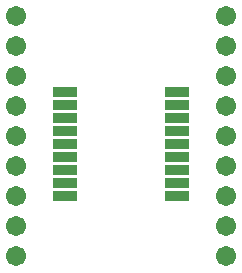
<source format=gts>
G75*
%MOIN*%
%OFA0B0*%
%FSLAX25Y25*%
%IPPOS*%
%LPD*%
%AMOC8*
5,1,8,0,0,1.08239X$1,22.5*
%
%ADD10C,0.06737*%
%ADD11R,0.07887X0.03556*%
D10*
X0007750Y0006500D03*
X0007750Y0016500D03*
X0007750Y0026500D03*
X0007750Y0036500D03*
X0007750Y0046500D03*
X0007750Y0056500D03*
X0007750Y0066500D03*
X0007750Y0076500D03*
X0007750Y0086500D03*
X0077750Y0086500D03*
X0077750Y0076500D03*
X0077750Y0066500D03*
X0077750Y0056500D03*
X0077750Y0046500D03*
X0077750Y0036500D03*
X0077750Y0026500D03*
X0077750Y0016500D03*
X0077750Y0006500D03*
D11*
X0061500Y0026500D03*
X0061500Y0030831D03*
X0061500Y0035161D03*
X0061500Y0039492D03*
X0061500Y0043823D03*
X0061500Y0048154D03*
X0061500Y0052484D03*
X0061500Y0056815D03*
X0061500Y0061146D03*
X0024098Y0061146D03*
X0024098Y0056815D03*
X0024098Y0052484D03*
X0024098Y0048154D03*
X0024098Y0043823D03*
X0024098Y0039492D03*
X0024098Y0035161D03*
X0024098Y0030831D03*
X0024098Y0026500D03*
M02*

</source>
